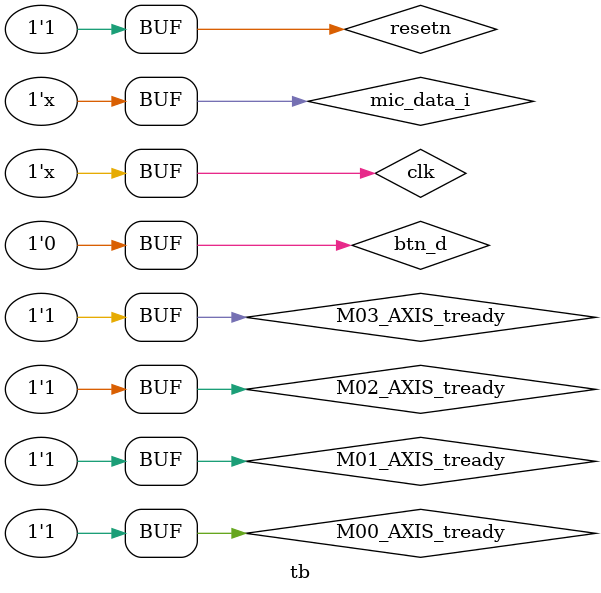
<source format=v>
`timescale 1ns / 1ps


module tb(

    );
    
    
   wire [31:0]M00_AXIS_tdata;
    wire M00_AXIS_tlast;
    wire M00_AXIS_tready;
    wire [3:0]M00_AXIS_tstrb;
    wire M00_AXIS_tvalid;
    wire [31:0]M01_AXIS_tdata;
    wire M01_AXIS_tlast;
    wire M01_AXIS_tready;
    wire [3:0]M01_AXIS_tstrb;
    wire M01_AXIS_tvalid;
    wire [31:0]M02_AXIS_tdata;
    wire M02_AXIS_tlast;
    wire M02_AXIS_tready;
    wire [3:0]M02_AXIS_tstrb;
    wire M02_AXIS_tvalid;
    wire [31:0]M03_AXIS_tdata;
    wire M03_AXIS_tlast;
    wire M03_AXIS_tready;
    wire [3:0]M03_AXIS_tstrb;
    wire M03_AXIS_tvalid;
    reg btn_d;
    reg clk;
    wire mic_clk_o;
    reg mic_data_i;
    wire mic_lrsel_o;
    reg resetn;
  
    mic_axis_block mic_axis_block_i
         (.M00_AXIS_tdata(M00_AXIS_tdata),
          .M00_AXIS_tlast(M00_AXIS_tlast),
          .M00_AXIS_tready(M00_AXIS_tready),
          .M00_AXIS_tstrb(M00_AXIS_tstrb),
          .M00_AXIS_tvalid(M00_AXIS_tvalid),
          .M01_AXIS_tdata(M01_AXIS_tdata),
          .M01_AXIS_tlast(M01_AXIS_tlast),
          .M01_AXIS_tready(M01_AXIS_tready),
          .M01_AXIS_tstrb(M01_AXIS_tstrb),
          .M01_AXIS_tvalid(M01_AXIS_tvalid),
          .M02_AXIS_tdata(M02_AXIS_tdata),
          .M02_AXIS_tlast(M02_AXIS_tlast),
          .M02_AXIS_tready(M02_AXIS_tready),
          .M02_AXIS_tstrb(M02_AXIS_tstrb),
          .M02_AXIS_tvalid(M02_AXIS_tvalid),
          .M03_AXIS_tdata(M03_AXIS_tdata),
          .M03_AXIS_tlast(M03_AXIS_tlast),
          .M03_AXIS_tready(M03_AXIS_tready),
          .M03_AXIS_tstrb(M03_AXIS_tstrb),
          .M03_AXIS_tvalid(M03_AXIS_tvalid),
          .btn_d(btn_d),
          .clk(clk),
          .mic_clk_o(mic_clk_o),
          .mic_data_i(mic_data_i),
          .mic_lrsel_o(mic_lrsel_o),
          .resetn(resetn));
        
    assign M00_AXIS_tready = 1'b1;
    assign M01_AXIS_tready = 1'b1;
    assign M02_AXIS_tready = 1'b1;
    assign M03_AXIS_tready = 1'b1;
        
    always begin
        #5 clk = ~clk;
    end
    
    always begin
        #27 mic_data_i = ~mic_data_i;
    end
    
    initial begin
        clk = 0;
        resetn = 0;
        btn_d = 0;
        mic_data_i = 0;
        
        #20 resetn = 1;
        
        #2000 btn_d = 1;
        #10 btn_d = 0;
    end
    
endmodule

</source>
